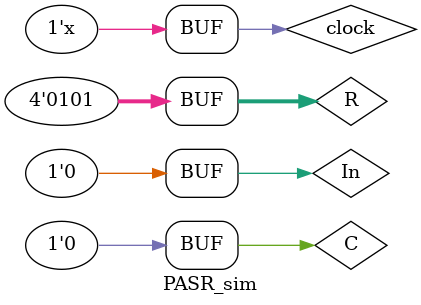
<source format=v>
`timescale 1ns / 1ps


module PASR_sim;

reg In, C, clock;

wire[3:0] Q;
reg[3:0] R;

PASR uut(In, R, C, clock, Q);

initial
begin

clock = 0;  R=4'b0101; C = 1; In = 0;

end

always@*
begin
    
    repeat(20) #1 clock =~ clock;
    
    #3 C = 0;
    #1 In = 1;
    #3 In = 0;
    
end


endmodule

</source>
